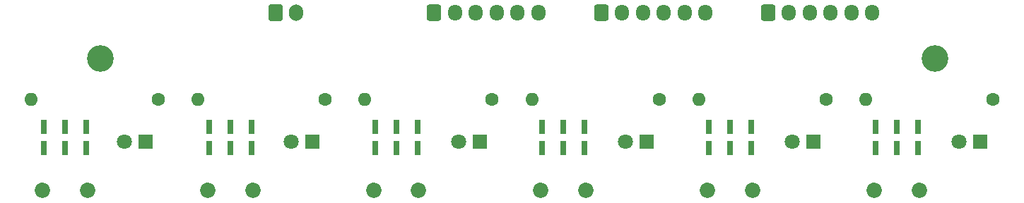
<source format=gbr>
%TF.GenerationSoftware,KiCad,Pcbnew,7.0.8*%
%TF.CreationDate,2024-02-13T18:25:50+01:00*%
%TF.ProjectId,BlankingRelay_Top2,426c616e-6b69-46e6-9752-656c61795f54,rev?*%
%TF.SameCoordinates,Original*%
%TF.FileFunction,Soldermask,Bot*%
%TF.FilePolarity,Negative*%
%FSLAX46Y46*%
G04 Gerber Fmt 4.6, Leading zero omitted, Abs format (unit mm)*
G04 Created by KiCad (PCBNEW 7.0.8) date 2024-02-13 18:25:50*
%MOMM*%
%LPD*%
G01*
G04 APERTURE LIST*
G04 Aperture macros list*
%AMRoundRect*
0 Rectangle with rounded corners*
0 $1 Rounding radius*
0 $2 $3 $4 $5 $6 $7 $8 $9 X,Y pos of 4 corners*
0 Add a 4 corners polygon primitive as box body*
4,1,4,$2,$3,$4,$5,$6,$7,$8,$9,$2,$3,0*
0 Add four circle primitives for the rounded corners*
1,1,$1+$1,$2,$3*
1,1,$1+$1,$4,$5*
1,1,$1+$1,$6,$7*
1,1,$1+$1,$8,$9*
0 Add four rect primitives between the rounded corners*
20,1,$1+$1,$2,$3,$4,$5,0*
20,1,$1+$1,$4,$5,$6,$7,0*
20,1,$1+$1,$6,$7,$8,$9,0*
20,1,$1+$1,$8,$9,$2,$3,0*%
G04 Aperture macros list end*
%ADD10RoundRect,0.250000X-0.600000X-0.725000X0.600000X-0.725000X0.600000X0.725000X-0.600000X0.725000X0*%
%ADD11O,1.700000X1.950000*%
%ADD12RoundRect,0.250000X-0.600000X-0.750000X0.600000X-0.750000X0.600000X0.750000X-0.600000X0.750000X0*%
%ADD13O,1.700000X2.000000*%
%ADD14C,1.850000*%
%ADD15R,0.750000X1.750000*%
%ADD16C,1.600000*%
%ADD17O,1.600000X1.600000*%
%ADD18R,1.800000X1.800000*%
%ADD19C,1.800000*%
%ADD20C,3.200000*%
G04 APERTURE END LIST*
D10*
%TO.C,J9*%
X120000000Y-54500000D03*
D11*
X122500000Y-54500000D03*
X125000000Y-54500000D03*
X127500000Y-54500000D03*
X130000000Y-54500000D03*
X132500000Y-54500000D03*
%TD*%
D10*
%TO.C,J10*%
X140000000Y-54500000D03*
D11*
X142500000Y-54500000D03*
X145000000Y-54500000D03*
X147500000Y-54500000D03*
X150000000Y-54500000D03*
X152500000Y-54500000D03*
%TD*%
D10*
%TO.C,J8*%
X100000000Y-54500000D03*
D11*
X102500000Y-54500000D03*
X105000000Y-54500000D03*
X107500000Y-54500000D03*
X110000000Y-54500000D03*
X112500000Y-54500000D03*
%TD*%
D12*
%TO.C,J1*%
X81000000Y-54500000D03*
D13*
X83500000Y-54500000D03*
%TD*%
D14*
%TO.C,Switch6*%
X152750000Y-75850000D03*
X158150000Y-75850000D03*
D15*
X152910000Y-68230000D03*
X155450000Y-68230000D03*
X157990000Y-68230000D03*
X152910000Y-70770000D03*
X155450000Y-70770000D03*
X157990000Y-70770000D03*
%TD*%
D16*
%TO.C,R3*%
X106950000Y-64950000D03*
D17*
X91710000Y-64950000D03*
%TD*%
D18*
%TO.C,D2*%
X85450000Y-69950000D03*
D19*
X82910000Y-69950000D03*
%TD*%
D20*
%TO.C,REF\u002A\u002A*%
X60000000Y-60000000D03*
%TD*%
D16*
%TO.C,R2*%
X86950000Y-64950000D03*
D17*
X71710000Y-64950000D03*
%TD*%
D14*
%TO.C,Switch1*%
X53100000Y-75850000D03*
X58500000Y-75850000D03*
D15*
X53260000Y-68230000D03*
X55800000Y-68230000D03*
X58340000Y-68230000D03*
X53260000Y-70770000D03*
X55800000Y-70770000D03*
X58340000Y-70770000D03*
%TD*%
D16*
%TO.C,R4*%
X126950000Y-64950000D03*
D17*
X111710000Y-64950000D03*
%TD*%
D18*
%TO.C,D1*%
X65450000Y-69950000D03*
D19*
X62910000Y-69950000D03*
%TD*%
D20*
%TO.C,REF\u002A\u002A*%
X160000000Y-60000000D03*
%TD*%
D18*
%TO.C,D3*%
X105450000Y-69950000D03*
D19*
X102910000Y-69950000D03*
%TD*%
D18*
%TO.C,D6*%
X165450000Y-69950000D03*
D19*
X162910000Y-69950000D03*
%TD*%
D14*
%TO.C,Switch4*%
X112750000Y-75850000D03*
X118150000Y-75850000D03*
D15*
X112910000Y-68230000D03*
X115450000Y-68230000D03*
X117990000Y-68230000D03*
X112910000Y-70770000D03*
X115450000Y-70770000D03*
X117990000Y-70770000D03*
%TD*%
D16*
%TO.C,R6*%
X166950000Y-64950000D03*
D17*
X151710000Y-64950000D03*
%TD*%
D18*
%TO.C,D4*%
X125500000Y-69950000D03*
D19*
X122960000Y-69950000D03*
%TD*%
D14*
%TO.C,Switch5*%
X132750000Y-75850000D03*
X138150000Y-75850000D03*
D15*
X132910000Y-68230000D03*
X135450000Y-68230000D03*
X137990000Y-68230000D03*
X132910000Y-70770000D03*
X135450000Y-70770000D03*
X137990000Y-70770000D03*
%TD*%
D14*
%TO.C,Switch2*%
X72900000Y-75850000D03*
X78300000Y-75850000D03*
D15*
X73060000Y-68230000D03*
X75600000Y-68230000D03*
X78140000Y-68230000D03*
X73060000Y-70770000D03*
X75600000Y-70770000D03*
X78140000Y-70770000D03*
%TD*%
D16*
%TO.C,R5*%
X146950000Y-64950000D03*
D17*
X131710000Y-64950000D03*
%TD*%
D16*
%TO.C,R1*%
X66950000Y-64950000D03*
D17*
X51710000Y-64950000D03*
%TD*%
D14*
%TO.C,Switch3*%
X92750000Y-75850000D03*
X98150000Y-75850000D03*
D15*
X92910000Y-68230000D03*
X95450000Y-68230000D03*
X97990000Y-68230000D03*
X92910000Y-70770000D03*
X95450000Y-70770000D03*
X97990000Y-70770000D03*
%TD*%
D18*
%TO.C,D5*%
X145450000Y-69950000D03*
D19*
X142910000Y-69950000D03*
%TD*%
M02*

</source>
